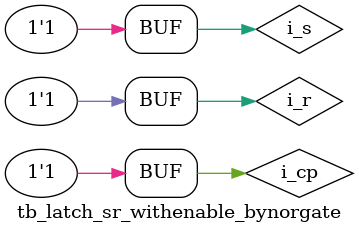
<source format=v>
module tb_latch_sr_withenable_bynorgate;
reg i_cp;
reg i_s;
reg i_r;
wire o_q;
wire o_q_;

initial begin
    i_cp = 1'b0;
    i_s = 1'b0;
    i_r = 1'b0;

    #100;  // 100ns
    i_cp = 1'b0;
    i_s = 1'b0;
    i_r = 1'b1;

    #100;  // 200ns
    i_cp = 1'b0;
    i_s = 1'b1;
    i_r = 1'b0;

    #100;  // 300ns
    i_cp = 1'b0;
    i_s = 1'b1;
    i_r = 1'b1;

    #100;  // 400ns
    i_cp = 1'b1;
    i_s = 1'b0;
    i_r = 1'b0;

    #100;  // 500ns
    i_cp = 1'b1;
    i_s = 1'b0;
    i_r = 1'b1;

    #100;  // 600ns
    i_cp = 1'b1;
    i_s = 1'b1;
    i_r = 1'b0;

    #100;  // 700ns
    i_cp = 1'b1;
    i_s = 1'b1;
    i_r = 1'b1;
end

latch_sr_withenable_bynorgate dut(
    .enable(i_cp),
    .set(i_s),
    .reset(i_r),
    .signal_q(o_q),
    .signal_q_(o_q_)
);

endmodule

</source>
